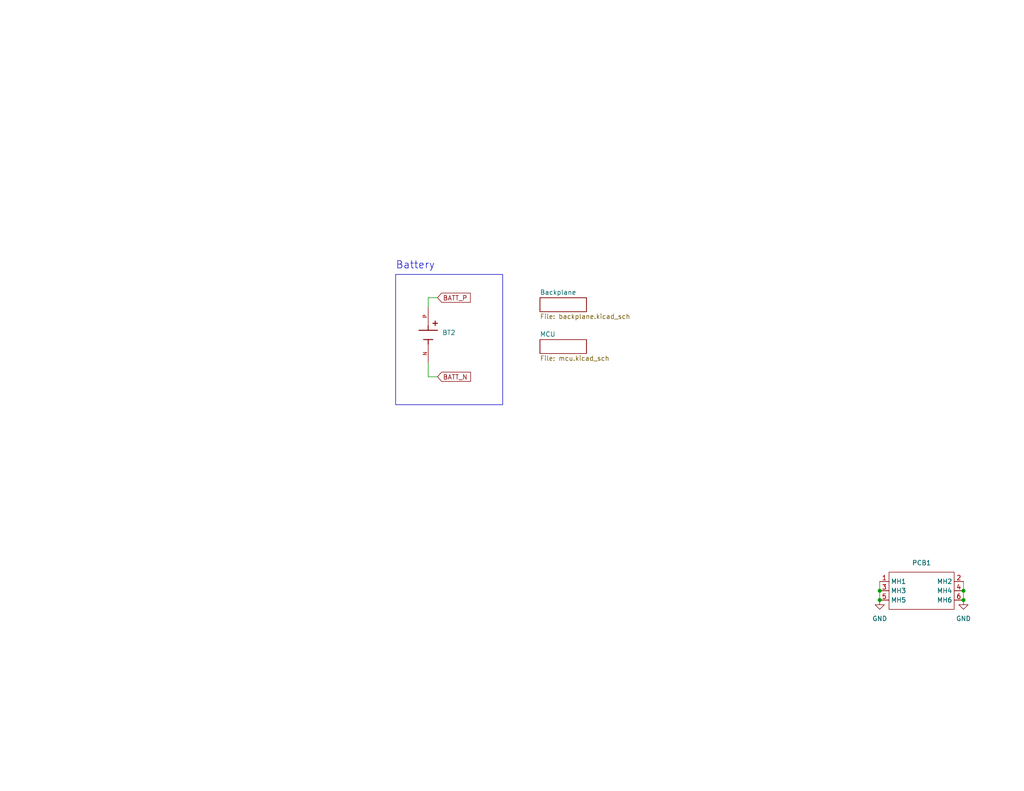
<source format=kicad_sch>
(kicad_sch (version 20230121) (generator eeschema)
  (paper "USLetter")
  (lib_symbols
    (symbol "TVSC:Interior_Side_Panel_PCB" (in_bom no)
      (property "Reference" "PCB" (at 0 0 0))
      (symbol "Interior_Side_Panel_PCB_0_1"
        (rectangle (start -8.89 5.08) (end 8.89 -5.08))
      )
      (symbol "Interior_Side_Panel_PCB_1_1"
        (pin power_in line (at -11.43 2.54 0) (length 2.54) (name "MH1") (number "1"))
        (pin power_in line (at 11.43 2.54 180) (length 2.54) (name "MH2") (number "2"))
        (pin power_in line (at -11.43 0 0) (length 2.54) (name "MH3") (number "3"))
        (pin power_in line (at 11.43 0 180) (length 2.54) (name "MH4") (number "4"))
        (pin power_in line (at -11.43 -2.54 0) (length 2.54) (name "MH5") (number "5"))
        (pin power_in line (at 11.43 -2.54 180) (length 2.54) (name "MH6") (number "6"))
      )
    )
    (symbol "TVSC:Keystone_1043" (pin_names (offset 1.016))
      (property "Reference" "BT" (at -3.81 3.81 0))
      (symbol "Keystone_1043_0_0"
        (polyline (pts (xy -3.81 1.905) (xy -2.54 1.905)) (stroke (width 0.254)))
        (polyline (pts (xy -3.175 2.54) (xy -3.175 1.27)) (stroke (width 0.254)))
        (polyline (pts (xy -1.27 0) (xy -2.54 0)) (stroke (width 0.254)))
        (polyline (pts (xy -1.27 0) (xy -1.27 -2.54)) (stroke (width 0.254)))
        (polyline (pts (xy -1.27 2.54) (xy -1.27 0)) (stroke (width 0.254)))
        (polyline (pts (xy 1.27 0) (xy 1.27 -1.27)) (stroke (width 0.254)))
        (polyline (pts (xy 1.27 0) (xy 2.54 0)) (stroke (width 0.254)))
        (polyline (pts (xy 1.27 1.27) (xy 1.27 0)) (stroke (width 0.254)))
        (pin passive line (at 7.62 0 180) (length 5.08) (name "~") (number "N"))
        (pin passive line (at -7.62 0 0) (length 5.08) (name "~") (number "P"))
      )
    )
    (symbol "power:GND" (power) (pin_names (offset 0))
      (property "Value" "GND" (at 0 -3.81 0))
      (symbol "GND_0_1"
        (polyline (pts (xy 0 0) (xy 0 -1.27) (xy 1.27 -1.27) (xy 0 -2.54) (xy -1.27 -1.27) (xy 0 -1.27)))
      )
      (symbol "GND_1_1"
        (pin power_in line (at 0 0 270) (length 0) hide (name "GND") (number "1"))
      )
    )
  )
  (junction (at 262.89 161.29))
  (junction (at 262.89 163.83))
  (junction (at 240.03 163.83))
  (junction (at 240.03 161.29))
  (wire (pts (xy 116.84 81.28) (xy 119.38 81.28)))
  (wire (pts (xy 116.84 83.82) (xy 116.84 81.28)))
  (wire (pts (xy 262.89 158.75) (xy 262.89 161.29)))
  (wire (pts (xy 116.84 102.87) (xy 119.38 102.87)))
  (wire (pts (xy 240.03 158.75) (xy 240.03 161.29)))
  (wire (pts (xy 116.84 99.06) (xy 116.84 102.87)))
  (wire (pts (xy 262.89 161.29) (xy 262.89 163.83)))
  (wire (pts (xy 240.03 161.29) (xy 240.03 163.83)))
  (rectangle (start 107.95 74.93) (end 137.16 110.49))
  (text "Battery" (at 107.95 73.66 0) (effects (font (size 2 2)) (justify left bottom)))
  (global_label "BATT_P" (shape input) (at 119.38 81.28 0) (property "Intersheetrefs" "${INTERSHEET_REFS}" (effects hide)))
  (global_label "BATT_N" (shape input) (at 119.38 102.87 0) (property "Intersheetrefs" "${INTERSHEET_REFS}" (effects hide)))
  (symbol (lib_id "power:GND") (at 240.03 163.83 0) (unit 1)
    (property "Reference" "#PWR02" (effects hide))
    (property "Value" "GND" (at 240.03 168.91 0))
  )
  (symbol (lib_id "power:GND") (at 262.89 163.83 0) (unit 1)
    (property "Reference" "#PWR03" (effects hide))
    (property "Value" "GND" (at 262.89 168.91 0))
  )
  (symbol (lib_id "TVSC:Interior_Side_Panel_PCB") (at 251.46 161.29 0) (unit 1) (in_bom no)
    (property "Reference" "PCB1" (at 251.46 153.67 0))
    (property "Footprint" "footprints:Interior_Side_Panel_PCB_Shape" (effects hide))
  )
  (symbol (lib_id "TVSC:Keystone_1043") (at 116.84 91.44 270) (unit 1)
    (property "Reference" "BT2" (at 120.65 90.805 90) (effects (justify left)))
    (property "Value" "Keystone_1043" (effects hide))
    (property "Footprint" "footprints:BAT_1043" (effects hide))
    (property "Manufacturer" "Keystone" (effects hide))
    (property "Manufacturer Part Number" "1043" (effects hide))
    (property "MPN" "C5355143" (effects hide))
    (property "Active" "Y" (effects hide))
  )
  (sheet (at 147.32 81.28) (size 12.7 3.81) (stroke (width 0.1524))
    (property "Sheetname" "Backplane" (at 147.32 80.5684 0) (effects (justify left bottom)))
    (property "Sheetfile" "backplane.kicad_sch" (at 147.32 85.6746 0) (effects (justify left top)))
  )
  (sheet (at 147.32 92.71) (size 12.7 3.81) (stroke (width 0.1524))
    (property "Sheetname" "MCU" (at 147.32 91.9984 0) (effects (justify left bottom)))
    (property "Sheetfile" "mcu.kicad_sch" (at 147.32 97.1046 0) (effects (justify left top)))
  )
)
</source>
